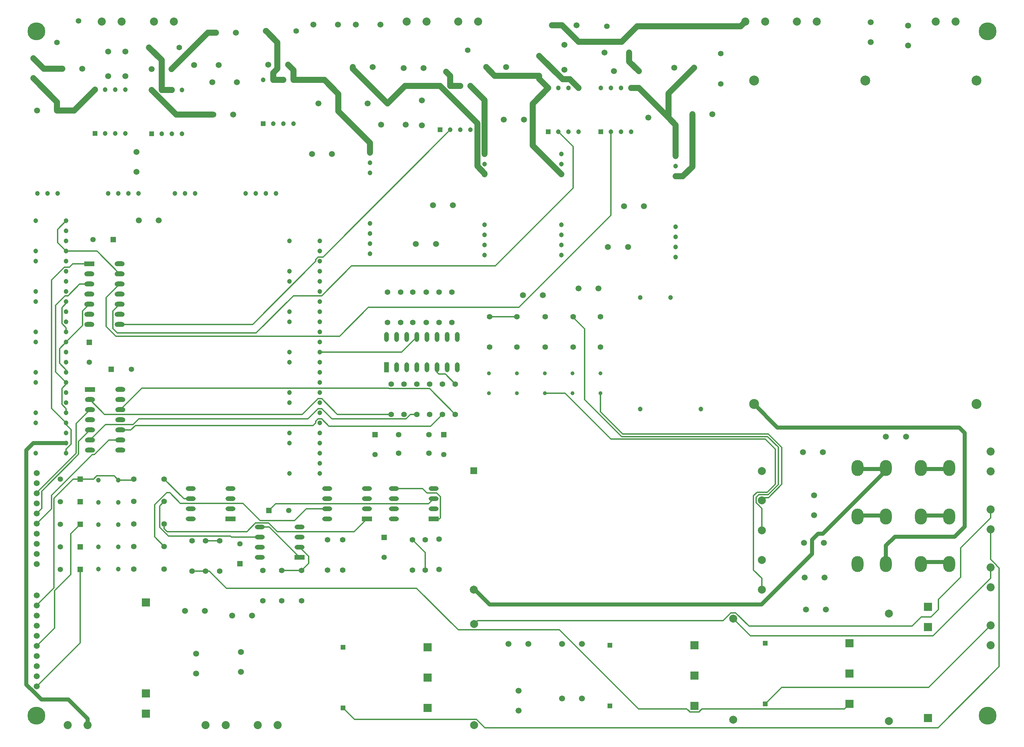
<source format=gbl>
%FSAX42Y42*%
%MOMM*%
G71*
G01*
G75*
G04 Layer_Physical_Order=4*
G04 Layer_Color=16711680*
%ADD10C,0.30*%
%ADD11C,1.00*%
%ADD12C,1.50*%
%ADD13O,2.50X1.20*%
%ADD14R,2.50X1.20*%
%ADD15C,1.35*%
%ADD16R,1.35X1.35*%
%ADD17C,1.52*%
%ADD18C,2.00*%
%ADD19C,2.03*%
%ADD20C,1.50*%
%ADD21C,1.40*%
%ADD22O,1.20X2.50*%
%ADD23R,1.20X2.50*%
%ADD24C,1.20*%
%ADD25R,1.20X1.22*%
%ADD26R,2.54X1.27*%
%ADD27O,2.54X1.27*%
%ADD28C,2.50*%
%ADD29C,1.00*%
%ADD30R,1.80X1.80*%
%ADD31R,1.35X1.35*%
%ADD32R,2.03X2.03*%
%ADD33R,1.27X1.27*%
%ADD34O,3.00X4.00*%
%ADD35C,4.50*%
%ADD36C,1.02*%
%ADD37C,1.73*%
G04:AMPARAMS|DCode=38|XSize=2.235mm|YSize=2.235mm|CornerRadius=0mm|HoleSize=0mm|Usage=FLASHONLY|Rotation=0.000|XOffset=0mm|YOffset=0mm|HoleType=Round|Shape=Relief|Width=0.25mm|Gap=0.25mm|Entries=4|*
%AMTHD38*
7,0,0,2.23,1.73,0.25,45*
%
%ADD38THD38*%
G04:AMPARAMS|DCode=39|XSize=2.324mm|YSize=2.324mm|CornerRadius=0mm|HoleSize=0mm|Usage=FLASHONLY|Rotation=0.000|XOffset=0mm|YOffset=0mm|HoleType=Round|Shape=Relief|Width=0.25mm|Gap=0.25mm|Entries=4|*
%AMTHD39*
7,0,0,2.32,1.82,0.25,45*
%
%ADD39THD39*%
%ADD40C,1.82*%
%ADD41C,1.78*%
G04:AMPARAMS|DCode=42|XSize=2.286mm|YSize=2.286mm|CornerRadius=0mm|HoleSize=0mm|Usage=FLASHONLY|Rotation=0.000|XOffset=0mm|YOffset=0mm|HoleType=Round|Shape=Relief|Width=0.25mm|Gap=0.25mm|Entries=4|*
%AMTHD42*
7,0,0,2.29,1.78,0.25,45*
%
%ADD42THD42*%
%ADD43C,2.17*%
G04:AMPARAMS|DCode=44|XSize=2.674mm|YSize=2.674mm|CornerRadius=0mm|HoleSize=0mm|Usage=FLASHONLY|Rotation=0.000|XOffset=0mm|YOffset=0mm|HoleType=Round|Shape=Relief|Width=0.25mm|Gap=0.25mm|Entries=4|*
%AMTHD44*
7,0,0,2.67,2.17,0.25,45*
%
%ADD44THD44*%
%ADD45C,2.02*%
G04:AMPARAMS|DCode=46|XSize=2.524mm|YSize=2.524mm|CornerRadius=0mm|HoleSize=0mm|Usage=FLASHONLY|Rotation=0.000|XOffset=0mm|YOffset=0mm|HoleType=Round|Shape=Relief|Width=0.25mm|Gap=0.25mm|Entries=4|*
%AMTHD46*
7,0,0,2.52,2.02,0.25,45*
%
%ADD46THD46*%
G04:AMPARAMS|DCode=47|XSize=2.424mm|YSize=2.424mm|CornerRadius=0mm|HoleSize=0mm|Usage=FLASHONLY|Rotation=0.000|XOffset=0mm|YOffset=0mm|HoleType=Round|Shape=Relief|Width=0.25mm|Gap=0.25mm|Entries=4|*
%AMTHD47*
7,0,0,2.42,1.92,0.25,45*
%
%ADD47THD47*%
%ADD48C,1.92*%
%ADD49C,1.87*%
G04:AMPARAMS|DCode=50|XSize=2.374mm|YSize=2.374mm|CornerRadius=0mm|HoleSize=0mm|Usage=FLASHONLY|Rotation=0.000|XOffset=0mm|YOffset=0mm|HoleType=Round|Shape=Relief|Width=0.25mm|Gap=0.25mm|Entries=4|*
%AMTHD50*
7,0,0,2.37,1.87,0.25,45*
%
%ADD50THD50*%
%ADD51C,1.73*%
G04:AMPARAMS|DCode=52|XSize=2.2352mm|YSize=2.2352mm|CornerRadius=0mm|HoleSize=0mm|Usage=FLASHONLY|Rotation=0.000|XOffset=0mm|YOffset=0mm|HoleType=Round|Shape=Relief|Width=0.25mm|Gap=0.25mm|Entries=4|*
%AMTHD52*
7,0,0,2.24,1.73,0.25,45*
%
%ADD52THD52*%
%ADD53C,2.37*%
G04:AMPARAMS|DCode=54|XSize=2.874mm|YSize=2.874mm|CornerRadius=0mm|HoleSize=0mm|Usage=FLASHONLY|Rotation=0.000|XOffset=0mm|YOffset=0mm|HoleType=Round|Shape=Relief|Width=0.25mm|Gap=0.25mm|Entries=4|*
%AMTHD54*
7,0,0,2.87,2.37,0.25,45*
%
%ADD54THD54*%
%ADD55C,1.62*%
G04:AMPARAMS|DCode=56|XSize=2.124mm|YSize=2.124mm|CornerRadius=0mm|HoleSize=0mm|Usage=FLASHONLY|Rotation=0.000|XOffset=0mm|YOffset=0mm|HoleType=Round|Shape=Relief|Width=0.25mm|Gap=0.25mm|Entries=4|*
%AMTHD56*
7,0,0,2.12,1.62,0.25,45*
%
%ADD56THD56*%
%ADD57R,2.17X2.17*%
%ADD58R,1.87X1.87*%
%ADD59C,2.77*%
%ADD60C,5.02*%
%ADD61R,2.02X2.02*%
G04:AMPARAMS|DCode=62|XSize=2.674mm|YSize=2.674mm|CornerRadius=0mm|HoleSize=0mm|Usage=FLASHONLY|Rotation=270.000|XOffset=0mm|YOffset=0mm|HoleType=Square|Shape=SquareRelief|Width=0.25mm|Gap=0.25mm|Entries=4|*
%AMTHSQ62*
5,1,4,0,0,3.78,315.0*
5,0,4,0,0,3.06,315.0*
21,0,3.78,0.25,0,0,315.0*
21,0,3.78,0.25,0,0,405.0*
%
%ADD62THSQ62*%

G04:AMPARAMS|DCode=63|XSize=2.524mm|YSize=2.524mm|CornerRadius=0mm|HoleSize=0mm|Usage=FLASHONLY|Rotation=270.000|XOffset=0mm|YOffset=0mm|HoleType=Square|Shape=SquareRelief|Width=0.25mm|Gap=0.25mm|Entries=4|*
%AMTHSQ63*
5,1,4,0,0,3.57,315.0*
5,0,4,0,0,2.85,315.0*
21,0,3.57,0.25,0,0,315.0*
21,0,3.57,0.25,0,0,405.0*
%
%ADD63THSQ63*%

G04:AMPARAMS|DCode=64|XSize=2.524mm|YSize=2.524mm|CornerRadius=0mm|HoleSize=0mm|Usage=FLASHONLY|Rotation=90.000|XOffset=0mm|YOffset=0mm|HoleType=Square|Shape=SquareRelief|Width=0.25mm|Gap=0.25mm|Entries=4|*
%AMTHSQ64*
5,1,4,0,0,3.57,135.0*
5,0,4,0,0,2.85,135.0*
21,0,3.57,0.25,0,0,135.0*
21,0,3.57,0.25,0,0,225.0*
%
%ADD64THSQ64*%

D10*
X011680Y010224D02*
X013614D01*
X013932Y010541D01*
X011472Y010757D02*
X011637Y010922D01*
X015481D02*
X015608Y011049D01*
X015438Y011196D02*
X015687D01*
X015778Y011105D01*
X008598Y010090D02*
X008839Y009849D01*
X008598Y010090D02*
Y010897D01*
X008724Y011023D01*
Y011027D01*
X008899Y011201D01*
X008979D01*
X009246Y010935D01*
X010820D01*
X011252Y010503D01*
X012116D01*
X012408Y010795D01*
X012932D01*
X008115Y012890D02*
X012581D01*
X008001Y012776D02*
X008115Y012890D01*
X009335Y011049D02*
X009503D01*
X008839Y011544D02*
X009335Y011049D01*
X012471Y009423D02*
Y009601D01*
X012243Y009830D02*
X012471Y009601D01*
X008944Y010110D02*
X010500D01*
X008724Y010330D02*
X008944Y010110D01*
X008724Y010330D02*
Y010864D01*
X008839Y010979D01*
X008915Y010224D02*
X010915D01*
X008839Y010300D02*
X008915Y010224D01*
X008839Y010300D02*
Y010414D01*
X011243Y010338D02*
X011481D01*
X012243Y009576D01*
X010915Y010224D02*
X011134Y010443D01*
X011461D02*
X011680Y010224D01*
X011134Y010443D02*
X011461D01*
X012294Y009246D02*
X012471Y009423D01*
X010401Y008801D02*
X015181D01*
X009969Y009233D02*
X010401Y008801D01*
X011792Y009246D02*
X012294D01*
X013622Y005504D02*
X016684D01*
X013335Y005791D02*
X013622Y005504D01*
X010500Y010110D02*
X010526Y010084D01*
X011243D01*
X015778Y010566D02*
Y011105D01*
X015753Y010541D02*
X015778Y010566D01*
X015331Y011303D02*
X015438Y011196D01*
X014608Y011303D02*
X015331D01*
X023079Y008184D02*
X023199D01*
X022884Y007988D02*
X023079Y008184D01*
X023199D02*
X023535Y007849D01*
X016713Y007988D02*
X022884D01*
X023535Y007849D02*
X027631D01*
X016893Y005296D02*
X028283D01*
X016684Y005504D02*
X016893Y005296D01*
X028283D02*
X029820Y006833D01*
X027631Y007849D02*
X027860Y008077D01*
X006375Y012298D02*
X006502Y012425D01*
X006375Y012192D02*
Y012298D01*
X006502Y012425D02*
Y012783D01*
X006375Y012910D02*
X006502Y012783D01*
X006629Y012192D02*
Y012941D01*
X005639Y011201D02*
X006629Y012192D01*
X006689Y012493D02*
X006972Y012776D01*
X006689Y012167D02*
Y012493D01*
X005760Y011238D02*
X006689Y012167D01*
X007081Y012160D02*
X007443Y012522D01*
X007029Y012160D02*
X007081D01*
X006007Y011138D02*
X007029Y012160D01*
X017018Y015621D02*
X017704D01*
X006160Y017818D02*
X006375Y018034D01*
X006160Y017488D02*
Y017818D01*
Y017488D02*
X006375Y017272D01*
X018400Y013700D02*
X018914D01*
X020066Y012548D01*
X023940D01*
X024193Y012294D01*
Y011417D02*
Y012294D01*
X023990Y011214D02*
X024193Y011417D01*
X023736Y011214D02*
X023990D01*
X023647Y011125D02*
X023736Y011214D01*
X023647Y009258D02*
Y011125D01*
Y009258D02*
X023854Y009052D01*
Y008767D02*
Y009052D01*
X020336Y012608D02*
X024002D01*
X019406Y013538D02*
X020336Y012608D01*
X020358Y012675D02*
X024020D01*
X024002Y012608D02*
X024266Y012344D01*
X024020Y012675D02*
X024359Y012336D01*
Y011413D02*
Y012336D01*
X024266Y011405D02*
Y012344D01*
X023925Y011078D02*
X024024D01*
X023775Y011152D02*
X024013D01*
X024266Y011405D01*
X024024Y011078D02*
X024359Y011413D01*
X023709Y010947D02*
Y011085D01*
X023775Y011152D01*
X023709Y010947D02*
X023854Y010802D01*
X019113Y015608D02*
X019406Y015316D01*
Y013538D02*
Y015316D01*
X023854Y010257D02*
Y010802D01*
Y011007D02*
X023925Y011078D01*
X019800Y013233D02*
Y013700D01*
Y013233D02*
X020358Y012675D01*
X016624Y007899D02*
X016713Y007988D01*
X027860Y008077D02*
X028105D01*
X023139Y008039D02*
X023571Y007607D01*
X028105Y008077D02*
X028296Y008268D01*
X018766Y007754D02*
X020754Y005766D01*
X022307Y005737D02*
X022322D01*
X025933Y005766D02*
X026060Y005893D01*
X009620Y009233D02*
X009874D01*
X015608Y010541D02*
X015753D01*
X009855Y009995D02*
X010223D01*
X015905Y014181D02*
X016154Y013932D01*
X015740Y014181D02*
X015905D01*
X015697Y014224D02*
X015740Y014181D01*
X015697Y014224D02*
Y014351D01*
X005639Y008369D02*
Y008378D01*
Y007353D02*
X006083Y007798D01*
Y008738D01*
X006490Y009144D01*
Y010170D01*
X006727Y010408D01*
Y007426D02*
Y009271D01*
X005639Y006337D02*
X006727Y007426D01*
Y011544D02*
X007065D01*
X007145Y011624D01*
X007583D01*
X007688Y011519D01*
X008052D01*
X008077Y011544D01*
X022322Y005737D02*
X022351Y005766D01*
X025933D01*
X022307Y005722D02*
Y005737D01*
X021970Y005766D02*
X021999Y005737D01*
X022014D01*
Y005722D02*
Y005737D01*
Y005722D02*
X022040Y005695D01*
X022281D01*
X022307Y005722D01*
X020754Y005766D02*
X021970D01*
X028854Y009817D02*
X029604Y010566D01*
X028854Y009081D02*
Y009817D01*
X028296Y008268D02*
Y008522D01*
X028854Y009081D01*
X023571Y007607D02*
X028156D01*
X029604Y009055D01*
X028050Y006312D02*
X029604Y007866D01*
X024359Y006312D02*
X028050D01*
X023940Y005893D02*
X024359Y006312D01*
X014808Y014732D02*
X015189Y015113D01*
X012751Y014732D02*
X014808D01*
X008056Y012916D02*
X008199Y013059D01*
X014912Y013055D02*
X015027Y013170D01*
X015187D01*
X015536Y012874D02*
X015832Y013170D01*
X012646Y012997D02*
X012707Y013059D01*
X012794D01*
X012707Y013313D02*
X012794D01*
X012707Y013567D02*
X012794D01*
X013191Y013170D02*
X014541D01*
X012310D02*
X012707Y013567D01*
X012794D02*
X013191Y013170D01*
X008199Y013059D02*
X012453D01*
X013052Y013055D02*
X014912D01*
X012453Y013059D02*
X012707Y013313D01*
X012794D02*
X013052Y013055D01*
X012581Y012890D02*
X012646Y012955D01*
Y012997D01*
X012794Y013059D02*
X012979Y012874D01*
X015536D01*
X007734Y012776D02*
X008001D01*
X006972Y012522D02*
X007366Y012916D01*
X008056D01*
X007341Y013170D02*
X012310D01*
X012646Y017019D02*
Y017061D01*
X012707Y017123D01*
X012830D01*
X016027Y020320D01*
X011058Y015430D02*
X012646Y017019D01*
X011150Y015213D02*
X012087Y016151D01*
X012794D01*
X013547Y016904D01*
X017158D01*
X019113Y018860D01*
Y019901D01*
X018745Y020269D02*
X019113Y019901D01*
X007379Y015380D02*
X007623Y015135D01*
X013243D01*
X013970Y015862D01*
X017755D01*
X020066Y018174D01*
Y020269D01*
X006375Y017272D02*
X007150D01*
X007722Y016701D01*
X007550Y015322D02*
X007658Y015213D01*
X011150D01*
X007722Y015430D02*
X011058D01*
X007550Y015322D02*
Y015766D01*
X007722Y015938D01*
X007379Y015380D02*
Y016104D01*
X007722Y016446D01*
X006375Y014986D02*
X006788Y015398D01*
Y015766D01*
X006960Y015938D01*
X006109Y014237D02*
X006375Y013970D01*
X006109Y014237D02*
Y015913D01*
X006347Y016151D01*
X006714Y016446D02*
X006960D01*
X006007Y013322D02*
X006375Y012954D01*
Y012910D02*
Y012954D01*
Y013208D02*
Y013314D01*
X006270Y013419D02*
X006375Y013314D01*
Y013926D02*
Y013970D01*
Y015240D02*
Y015346D01*
X006270Y015853D02*
X006375Y015958D01*
Y016002D01*
X006540Y016954D02*
X006960D01*
X006007Y016544D02*
X006332Y016869D01*
X006455D01*
X006540Y016954D01*
X006347Y016151D02*
X006419D01*
X006714Y016446D01*
X006007Y013322D02*
Y016544D01*
X006270Y013419D02*
Y013821D01*
X006375Y013926D01*
X015507Y013817D02*
X016154Y013170D01*
X014494Y013817D02*
X015507D01*
X014480Y013830D02*
X014494Y013817D01*
X008280Y013830D02*
X014480D01*
X007734Y013284D02*
X008280Y013830D01*
X005639Y008378D02*
X006067Y008806D01*
X006553Y011544D02*
X006727D01*
X007443Y012522D02*
X007734D01*
X006067Y008806D02*
Y011058D01*
X006972Y013538D02*
X007341Y013170D01*
X005639Y011189D02*
Y011201D01*
X006629Y012941D02*
X006972Y013284D01*
X006067Y011058D02*
X006553Y011544D01*
X029604Y009055D02*
Y009322D01*
X029820Y006833D02*
Y009309D01*
X029750Y009378D02*
X029820Y009309D01*
X029750Y009378D02*
Y009383D01*
X029604Y009530D02*
X029750Y009383D01*
X029604Y009530D02*
Y010279D01*
Y010566D02*
Y010779D01*
X009874Y009233D02*
X009969D01*
X016227Y007754D02*
X018766D01*
X015181Y008801D02*
X016227Y007754D01*
X015399Y009258D02*
Y009696D01*
X015075Y010020D02*
X015399Y009696D01*
X011637Y010922D02*
X015481D01*
X006210Y014821D02*
X006375Y014986D01*
X006210Y014453D02*
Y014821D01*
Y014453D02*
X006375Y014288D01*
Y014224D02*
Y014288D01*
X006270Y015451D02*
X006375Y015346D01*
X006270Y015451D02*
Y015853D01*
X005639Y010681D02*
X005760Y010802D01*
Y011238D01*
X006007Y010795D02*
Y011138D01*
X005639Y010427D02*
X006007Y010795D01*
D11*
X017011Y008395D02*
X023851D01*
X006914Y005359D02*
Y005524D01*
X006431Y006007D02*
X006914Y005524D01*
X005753Y006007D02*
X006431D01*
X005579Y006181D02*
X005753Y006007D01*
X005574Y006181D02*
X005579D01*
X005375Y006380D02*
X005574Y006181D01*
X005375Y006380D02*
Y012268D01*
X005553Y012446D01*
X006375D01*
X023851Y008395D02*
X025121Y009665D01*
X016614Y008792D02*
X017011Y008395D01*
X026262Y011798D02*
X027013D01*
X025387Y010173D02*
X027013Y011798D01*
X025273Y010173D02*
X025387D01*
X025121Y010020D02*
X025273Y010173D01*
X025121Y009665D02*
Y010020D01*
X016614Y008767D02*
Y008792D01*
X026973Y009461D02*
Y009873D01*
X027197Y010096D01*
X026262Y010630D02*
X026947D01*
X027851Y011798D02*
X028562D01*
X027851Y010630D02*
X028562D01*
X027197Y010096D02*
X028702D01*
X027851Y009461D02*
X028562D01*
X023660Y013428D02*
X024248Y012840D01*
X028816D01*
X028702Y010096D02*
X028956Y010350D01*
Y012700D01*
X028816Y012840D02*
X028956Y012700D01*
D12*
X015923Y021778D02*
X016027Y021673D01*
Y021420D02*
Y021673D01*
X013576Y021857D02*
X014453Y020980D01*
X013576Y021857D02*
Y021895D01*
X023325Y022924D02*
X023440Y023038D01*
X020521Y022035D02*
X020762Y021793D01*
X020521Y022035D02*
Y022263D01*
X020726Y022924D02*
X023325D01*
X020333Y022530D02*
X020726Y022924D01*
X019253Y022530D02*
X020333D01*
X018834Y022949D02*
X019253Y022530D01*
X018580Y022949D02*
X018834D01*
X009022Y021844D02*
X009936Y022758D01*
X010143D01*
X016027Y021420D02*
X016281D01*
X011392Y022804D02*
X011397D01*
X011684Y022517D01*
Y021857D02*
Y022517D01*
X011582Y021755D02*
X011684Y021857D01*
X011582Y021572D02*
Y021755D01*
Y021572D02*
X011836D01*
X008458Y022390D02*
X008776Y022073D01*
Y021318D02*
Y022073D01*
Y021318D02*
X009030D01*
X021692Y019660D02*
Y020439D01*
X021506Y020625D02*
X021692Y020439D01*
X021506Y021234D02*
X022153Y021882D01*
X021506Y020625D02*
Y021234D01*
X020574Y021369D02*
X020761D01*
X021506Y020625D01*
X021692Y019152D02*
X021869D01*
X022111Y019393D01*
Y020714D01*
X016891Y019202D02*
Y019223D01*
X016711Y019403D02*
X016891Y019223D01*
X015773Y021419D02*
Y021420D01*
X014892D02*
X015773D01*
X014453Y020980D02*
X014892Y021420D01*
X014008Y019749D02*
Y019990D01*
X013213Y020785D02*
X014008Y019990D01*
X013213Y020785D02*
Y021222D01*
X011951Y021958D02*
X012090Y021818D01*
Y021572D02*
Y021818D01*
X012862Y021572D02*
X013213Y021222D01*
X012090Y021572D02*
X012862D01*
X008522Y021318D02*
Y021318D01*
Y021318D02*
X009139Y020701D01*
X010058D01*
X006147Y020803D02*
Y021018D01*
X005550Y021615D02*
X006147Y021018D01*
X005809Y021857D02*
X006282D01*
X005550Y022115D02*
X005809Y021857D01*
X006147Y020803D02*
X006571D01*
X007099Y021331D01*
X016711Y019403D02*
Y020482D01*
X016891Y019710D02*
Y021064D01*
X016535Y021420D02*
X016891Y021064D01*
X015773Y021419D02*
X016711Y020482D01*
X018098Y019926D02*
X018821Y019202D01*
X018098Y019926D02*
Y020975D01*
X018491Y021369D01*
X019032Y021590D02*
X019253Y021369D01*
X018851Y021590D02*
X019032D01*
X018263Y022179D02*
X018851Y021590D01*
X018263Y021598D02*
X018491Y021369D01*
X018263Y021598D02*
Y021679D01*
X017145D02*
X018263D01*
X016929Y021895D02*
X017145Y021679D01*
D13*
X011243Y010338D02*
D03*
Y010084D02*
D03*
Y009830D02*
D03*
Y009576D02*
D03*
X012243Y010338D02*
D03*
Y010084D02*
D03*
Y009830D02*
D03*
X014608Y011303D02*
D03*
Y011049D02*
D03*
Y010795D02*
D03*
Y010541D02*
D03*
X015608Y011303D02*
D03*
Y011049D02*
D03*
Y010795D02*
D03*
X009503Y011303D02*
D03*
Y011049D02*
D03*
Y010795D02*
D03*
Y010541D02*
D03*
X010503Y011303D02*
D03*
Y011049D02*
D03*
Y010795D02*
D03*
X012932Y011303D02*
D03*
Y011049D02*
D03*
Y010795D02*
D03*
Y010541D02*
D03*
X013932Y011303D02*
D03*
Y011049D02*
D03*
Y010795D02*
D03*
D14*
X012243Y009576D02*
D03*
X015608Y010541D02*
D03*
X010503D02*
D03*
X013932D02*
D03*
D15*
X011972Y010757D02*
D03*
X006227Y011544D02*
D03*
Y010976D02*
D03*
Y010408D02*
D03*
Y009839D02*
D03*
Y009271D02*
D03*
X007052Y017564D02*
D03*
X014135Y012158D02*
D03*
X015862D02*
D03*
X014364Y009580D02*
D03*
X010744Y009915D02*
D03*
X008010Y014300D02*
D03*
X006960Y014482D02*
D03*
D16*
X011472Y010757D02*
D03*
X006727Y011544D02*
D03*
Y010976D02*
D03*
Y010408D02*
D03*
Y009839D02*
D03*
Y009271D02*
D03*
X007553Y017564D02*
D03*
X007510Y014300D02*
D03*
D17*
X019253Y016332D02*
D03*
X019753D02*
D03*
X019990Y017374D02*
D03*
X020490D02*
D03*
X015164Y017450D02*
D03*
X015664D02*
D03*
X026594Y023025D02*
D03*
Y022525D02*
D03*
X005639Y009411D02*
D03*
Y009665D02*
D03*
Y009919D02*
D03*
Y010173D02*
D03*
Y011443D02*
D03*
Y010427D02*
D03*
Y010681D02*
D03*
Y010935D02*
D03*
Y011189D02*
D03*
Y011697D02*
D03*
X008141Y019266D02*
D03*
Y019766D02*
D03*
X006147Y020803D02*
D03*
X005647D02*
D03*
X013576Y021895D02*
D03*
X014076D02*
D03*
X012713Y020980D02*
D03*
X013213D02*
D03*
X013056Y019710D02*
D03*
X012556D02*
D03*
X014859Y021869D02*
D03*
X015359D02*
D03*
X010071Y020701D02*
D03*
X010571D02*
D03*
X010643Y022758D02*
D03*
X010143D02*
D03*
X006782Y021857D02*
D03*
X006282D02*
D03*
X016929Y021895D02*
D03*
X017429D02*
D03*
X017374Y020574D02*
D03*
X017874D02*
D03*
X021654Y021882D02*
D03*
X022153D02*
D03*
X022111Y020714D02*
D03*
X022611D02*
D03*
X024892Y012217D02*
D03*
X025392D02*
D03*
X025171Y011138D02*
D03*
Y010638D02*
D03*
X024930Y009068D02*
D03*
X025430D02*
D03*
X017742Y005728D02*
D03*
Y006228D02*
D03*
X017488Y007404D02*
D03*
X017988D02*
D03*
X009360Y008230D02*
D03*
X009860D02*
D03*
X009639Y006655D02*
D03*
Y007155D02*
D03*
X005639Y006337D02*
D03*
Y006591D02*
D03*
Y006845D02*
D03*
Y007099D02*
D03*
Y008369D02*
D03*
Y007353D02*
D03*
Y007607D02*
D03*
Y007861D02*
D03*
Y008115D02*
D03*
Y008623D02*
D03*
D18*
X023139Y005499D02*
D03*
Y008039D02*
D03*
X027051Y008166D02*
D03*
Y005466D02*
D03*
X016614Y008767D02*
D03*
X023854D02*
D03*
Y011747D02*
D03*
Y010257D02*
D03*
Y011007D02*
D03*
Y009507D02*
D03*
X016624Y005359D02*
D03*
Y007899D02*
D03*
D19*
X008581Y023038D02*
D03*
X009081D02*
D03*
X007272D02*
D03*
X007772D02*
D03*
X024735D02*
D03*
X025235D02*
D03*
X023440D02*
D03*
X023940D02*
D03*
X016226D02*
D03*
X016726D02*
D03*
X014931D02*
D03*
X015430D02*
D03*
X029604Y011735D02*
D03*
Y012235D02*
D03*
Y010279D02*
D03*
Y010779D02*
D03*
Y008822D02*
D03*
Y009322D02*
D03*
Y007866D02*
D03*
Y007366D02*
D03*
X011189Y005359D02*
D03*
X011689D02*
D03*
X009881D02*
D03*
X010381D02*
D03*
X006414D02*
D03*
X006914D02*
D03*
X028727Y023038D02*
D03*
X028227D02*
D03*
D20*
X020521Y022263D02*
D03*
X019901D02*
D03*
X020762Y021793D02*
D03*
X020142D02*
D03*
X018898Y022451D02*
D03*
Y021831D02*
D03*
X019200Y022949D02*
D03*
X018580D02*
D03*
X015316Y021054D02*
D03*
Y020434D02*
D03*
X014290Y020447D02*
D03*
X014910D02*
D03*
X013655Y022962D02*
D03*
X014275D02*
D03*
X013206D02*
D03*
X012586D02*
D03*
X010048Y021514D02*
D03*
X010668D02*
D03*
X009591Y021946D02*
D03*
X010211D02*
D03*
X007429Y021668D02*
D03*
Y022288D02*
D03*
X007861Y021668D02*
D03*
Y022288D02*
D03*
X020392Y018402D02*
D03*
X020891D02*
D03*
X011951Y021958D02*
D03*
X011451D02*
D03*
X009022Y021844D02*
D03*
X008522D02*
D03*
X018263Y022179D02*
D03*
Y021679D02*
D03*
X021506Y020625D02*
D03*
X021006D02*
D03*
X010770Y006701D02*
D03*
Y007201D02*
D03*
X027534Y022436D02*
D03*
Y022936D02*
D03*
X017852Y016167D02*
D03*
X018351D02*
D03*
X025468Y008268D02*
D03*
X024968D02*
D03*
X025417Y009944D02*
D03*
X024917D02*
D03*
X027475Y012611D02*
D03*
X026975D02*
D03*
X015591Y018428D02*
D03*
X016091D02*
D03*
X005550Y022115D02*
D03*
Y021615D02*
D03*
X013953Y020980D02*
D03*
X014453D02*
D03*
X019334Y006033D02*
D03*
X018834D02*
D03*
X019334Y007404D02*
D03*
X018834D02*
D03*
X008204Y018047D02*
D03*
X008704D02*
D03*
X010549Y008115D02*
D03*
X011049D02*
D03*
D21*
X019964Y022924D02*
D03*
X020726D02*
D03*
X011392Y022804D02*
D03*
X012154D02*
D03*
X015399Y010020D02*
D03*
Y009258D02*
D03*
X015075Y010020D02*
D03*
Y009258D02*
D03*
X015748Y010033D02*
D03*
Y009271D02*
D03*
X013322Y009258D02*
D03*
Y010020D02*
D03*
X012941Y009258D02*
D03*
Y010020D02*
D03*
X012294Y009246D02*
D03*
Y008484D02*
D03*
X011792D02*
D03*
Y009246D02*
D03*
X011316Y008484D02*
D03*
Y009246D02*
D03*
X010236Y009233D02*
D03*
Y009995D02*
D03*
X009874D02*
D03*
Y009233D02*
D03*
X009538Y009995D02*
D03*
Y009233D02*
D03*
X016065Y016243D02*
D03*
Y015481D02*
D03*
X015743Y016243D02*
D03*
Y015481D02*
D03*
X015420Y016243D02*
D03*
Y015481D02*
D03*
X015088Y016243D02*
D03*
Y015481D02*
D03*
X014775Y016243D02*
D03*
Y015481D02*
D03*
X014453Y016243D02*
D03*
Y015481D02*
D03*
X016154Y013932D02*
D03*
Y013170D02*
D03*
X015832Y013932D02*
D03*
Y013170D02*
D03*
X015509Y013932D02*
D03*
Y013170D02*
D03*
X015187Y013932D02*
D03*
Y013170D02*
D03*
X014864Y013932D02*
D03*
Y013170D02*
D03*
X014541Y013932D02*
D03*
Y013170D02*
D03*
X015923Y021778D02*
D03*
X016462Y022317D02*
D03*
X019799Y015621D02*
D03*
Y014859D02*
D03*
X019113Y015621D02*
D03*
Y014859D02*
D03*
X018415Y015621D02*
D03*
Y014859D02*
D03*
X022822Y021476D02*
D03*
Y022238D02*
D03*
X008458Y022390D02*
D03*
X009220D02*
D03*
X017704Y015621D02*
D03*
Y014859D02*
D03*
X017018D02*
D03*
Y015621D02*
D03*
X015494Y012192D02*
D03*
X014732D02*
D03*
X015494Y012662D02*
D03*
X014732D02*
D03*
X008077Y009284D02*
D03*
X008839D02*
D03*
Y009849D02*
D03*
X008077D02*
D03*
X008839Y010414D02*
D03*
X008077D02*
D03*
Y010979D02*
D03*
X008839D02*
D03*
X008077Y011544D02*
D03*
X008839D02*
D03*
X006144Y022514D02*
D03*
X006683Y023053D02*
D03*
D22*
X016205Y015113D02*
D03*
Y014351D02*
D03*
X014681D02*
D03*
X014935D02*
D03*
X015189D02*
D03*
X015443D02*
D03*
X015697D02*
D03*
X015951D02*
D03*
X014427Y015113D02*
D03*
X014681D02*
D03*
X014935D02*
D03*
X015189D02*
D03*
X015443D02*
D03*
X015697D02*
D03*
X015951D02*
D03*
D23*
X014427Y014351D02*
D03*
D24*
X005651Y018720D02*
D03*
X005906D02*
D03*
X006160D02*
D03*
X007429D02*
D03*
X007683D02*
D03*
X007938D02*
D03*
X008192D02*
D03*
X018821Y019710D02*
D03*
Y019456D02*
D03*
Y019202D02*
D03*
Y017932D02*
D03*
Y017678D02*
D03*
Y017424D02*
D03*
Y017170D02*
D03*
X016027Y020320D02*
D03*
X016281D02*
D03*
X016535D02*
D03*
X015773Y021420D02*
D03*
X016027D02*
D03*
X016281D02*
D03*
X016535D02*
D03*
X011582Y020472D02*
D03*
X011836D02*
D03*
X012090D02*
D03*
X011328Y021572D02*
D03*
X011582D02*
D03*
X011836D02*
D03*
X012090D02*
D03*
X009106Y018720D02*
D03*
X009360D02*
D03*
X009614D02*
D03*
X010884D02*
D03*
X011138D02*
D03*
X011392D02*
D03*
X011646D02*
D03*
X007353Y020231D02*
D03*
X007607D02*
D03*
X007861D02*
D03*
X007099Y021331D02*
D03*
X007353D02*
D03*
X007607D02*
D03*
X007861D02*
D03*
X008776Y020218D02*
D03*
X009030D02*
D03*
X009284D02*
D03*
X008522Y021318D02*
D03*
X008776D02*
D03*
X009030D02*
D03*
X009284D02*
D03*
X018745Y020269D02*
D03*
X018999D02*
D03*
X019253D02*
D03*
X018491Y021369D02*
D03*
X018745D02*
D03*
X018999D02*
D03*
X019253D02*
D03*
X020066Y020269D02*
D03*
X020320D02*
D03*
X020574D02*
D03*
X019812Y021369D02*
D03*
X020066D02*
D03*
X020320D02*
D03*
X020574D02*
D03*
X016891Y019710D02*
D03*
Y019456D02*
D03*
Y019202D02*
D03*
Y017932D02*
D03*
Y017678D02*
D03*
Y017424D02*
D03*
Y017170D02*
D03*
X020798Y013302D02*
D03*
X022321D02*
D03*
X020798Y016102D02*
D03*
X021560D02*
D03*
X021692Y019660D02*
D03*
Y019406D02*
D03*
Y019152D02*
D03*
Y017882D02*
D03*
Y017628D02*
D03*
Y017374D02*
D03*
Y017120D02*
D03*
X014008Y019749D02*
D03*
Y019495D02*
D03*
Y019240D02*
D03*
Y017971D02*
D03*
Y017716D02*
D03*
Y017462D02*
D03*
Y017209D02*
D03*
X007188Y009843D02*
D03*
X007688D02*
D03*
X007188Y010401D02*
D03*
X007688D02*
D03*
X007188Y010960D02*
D03*
X007688D02*
D03*
X007188Y011519D02*
D03*
X007688D02*
D03*
X006375Y018034D02*
D03*
Y017780D02*
D03*
Y017526D02*
D03*
Y017272D02*
D03*
X005613D02*
D03*
Y018034D02*
D03*
X006375Y017018D02*
D03*
Y016764D02*
D03*
Y016510D02*
D03*
Y016256D02*
D03*
X005613D02*
D03*
Y017018D02*
D03*
X006375Y016002D02*
D03*
Y015748D02*
D03*
Y015494D02*
D03*
Y015240D02*
D03*
X005613D02*
D03*
Y016002D02*
D03*
X006375Y014986D02*
D03*
Y014732D02*
D03*
Y014478D02*
D03*
Y014224D02*
D03*
X005613D02*
D03*
Y014986D02*
D03*
X006375Y013970D02*
D03*
Y013716D02*
D03*
Y013462D02*
D03*
Y013208D02*
D03*
X005613D02*
D03*
Y013970D02*
D03*
X006375Y012954D02*
D03*
Y012700D02*
D03*
Y012446D02*
D03*
Y012192D02*
D03*
X005613D02*
D03*
Y012954D02*
D03*
X012751Y017526D02*
D03*
Y017272D02*
D03*
Y017018D02*
D03*
Y016764D02*
D03*
X011989D02*
D03*
Y017526D02*
D03*
X012751Y015494D02*
D03*
Y015240D02*
D03*
Y014986D02*
D03*
Y014732D02*
D03*
X011989D02*
D03*
Y015494D02*
D03*
X012751Y014478D02*
D03*
Y014224D02*
D03*
Y013970D02*
D03*
Y013716D02*
D03*
X011989D02*
D03*
Y014478D02*
D03*
X012751Y016510D02*
D03*
Y016256D02*
D03*
Y016002D02*
D03*
Y015748D02*
D03*
X011989D02*
D03*
Y016510D02*
D03*
X012751Y013462D02*
D03*
Y013208D02*
D03*
Y012954D02*
D03*
Y012700D02*
D03*
X011989D02*
D03*
Y013462D02*
D03*
X012751Y012446D02*
D03*
Y012192D02*
D03*
Y011938D02*
D03*
Y011684D02*
D03*
X011989D02*
D03*
Y012446D02*
D03*
X007188Y009284D02*
D03*
X007688D02*
D03*
D25*
X015773Y020320D02*
D03*
X011328Y020472D02*
D03*
X007099Y020231D02*
D03*
X008522Y020218D02*
D03*
X018491Y020269D02*
D03*
X019812D02*
D03*
D26*
X006960Y016954D02*
D03*
X006972Y013792D02*
D03*
D27*
X006960Y016701D02*
D03*
Y016446D02*
D03*
Y016193D02*
D03*
Y015938D02*
D03*
Y015685D02*
D03*
Y015430D02*
D03*
X007722Y016954D02*
D03*
Y016701D02*
D03*
Y016446D02*
D03*
Y016193D02*
D03*
Y015938D02*
D03*
Y015685D02*
D03*
Y015430D02*
D03*
X007734Y012268D02*
D03*
Y012522D02*
D03*
Y012776D02*
D03*
Y013030D02*
D03*
Y013284D02*
D03*
Y013538D02*
D03*
Y013792D02*
D03*
X006972Y012268D02*
D03*
Y012522D02*
D03*
Y012776D02*
D03*
Y013030D02*
D03*
Y013284D02*
D03*
Y013538D02*
D03*
D28*
X023660Y013428D02*
D03*
X029248Y021558D02*
D03*
X026454D02*
D03*
X023660D02*
D03*
X029248Y013428D02*
D03*
D29*
X017000Y013700D02*
D03*
Y014200D02*
D03*
X017700Y013700D02*
D03*
Y014200D02*
D03*
X019100Y013700D02*
D03*
Y014200D02*
D03*
X019800Y013700D02*
D03*
Y014200D02*
D03*
X018400Y013700D02*
D03*
Y014200D02*
D03*
D30*
X016614Y011757D02*
D03*
D31*
X014135Y012658D02*
D03*
X015862D02*
D03*
X014364Y010080D02*
D03*
X010744Y009415D02*
D03*
X006960Y014982D02*
D03*
D32*
X015455Y005791D02*
D03*
Y006553D02*
D03*
Y007315D02*
D03*
X022161Y005842D02*
D03*
Y006604D02*
D03*
Y007366D02*
D03*
X026060Y005893D02*
D03*
Y006655D02*
D03*
Y007417D02*
D03*
X028029Y008331D02*
D03*
Y007823D02*
D03*
Y005537D02*
D03*
X008382Y005651D02*
D03*
Y006160D02*
D03*
Y008446D02*
D03*
D33*
X013335Y005791D02*
D03*
Y007315D02*
D03*
X020041Y005842D02*
D03*
Y007366D02*
D03*
X023940Y005893D02*
D03*
Y007417D02*
D03*
D34*
X028562Y009411D02*
D03*
X026973D02*
D03*
X027851D02*
D03*
X026262D02*
D03*
X028562Y010604D02*
D03*
X026973D02*
D03*
X027851D02*
D03*
X026262D02*
D03*
X028562Y011824D02*
D03*
X026973D02*
D03*
X027851D02*
D03*
X026262D02*
D03*
D35*
X029527Y005601D02*
D03*
Y022796D02*
D03*
X005626D02*
D03*
Y005601D02*
D03*
M02*

</source>
